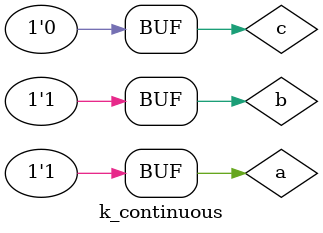
<source format=sv>
module k_continuous;

// VV also supports so-called continuous assignments

// Continuous assignments follow a completely
// different evaluation model than the types of
// processes introduced this far in the tutorial do

// E.g., the net "a" below has two drivers,
// and the so-called resolution function for
// wire nets resolves the two values to 1
// (whereas for variables, the last write
// decides its values):

wire a;

assign a = 1'b1;
assign a = 1'bz;

// For wire nets, the following drivers results in a
// value x for the net "b":

wire b;

assign b = 1'b1;
assign b = 1'b0;

// Whereas for wand nets, the same drivers result in 0:

wand c;

assign c = 1'b1;
assign c = 1'b0;

// (Make sure to run all events to see the correct results!)

// Continuous assignments is a big topic,
// see the cont directory for more

endmodule

</source>
